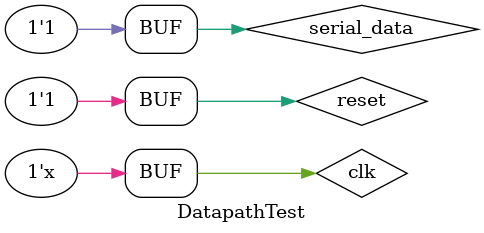
<source format=v>
`timescale 1ns / 1ps

module DatapathTest; 
	
	reg clk = 0;
	reg reset = 1;
	reg serial_data = 1;
	//wire [4:0] flags;
	//wire [15:0] alu_bus;
	wire snes_clk, data_latch, hSync, vSync, bright, slowClk;
	wire [7:0] rgb;
	
	Datapath dp(clk, reset, serial_data, snes_clk, data_latch, hSync, vSync, bright, rgb, slowClk);
	
	initial
	begin
		#5;
		reset = 0;
		#10
		reset = 1;
	end
	
	always
	begin
		clk = !clk;		
		#5;
	end

endmodule 
</source>
